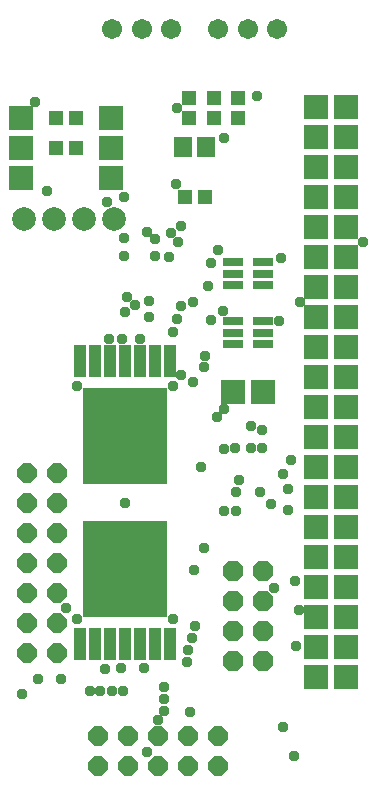
<source format=gbr>
G04 EAGLE Gerber RS-274X export*
G75*
%MOMM*%
%FSLAX34Y34*%
%LPD*%
%INSoldermask Bottom*%
%IPPOS*%
%AMOC8*
5,1,8,0,0,1.08239X$1,22.5*%
G01*
%ADD10C,2.003200*%
%ADD11R,2.003200X2.003200*%
%ADD12R,1.203200X1.303200*%
%ADD13R,1.503200X1.703200*%
%ADD14R,1.003200X2.743200*%
%ADD15R,7.203200X8.203200*%
%ADD16C,1.711200*%
%ADD17R,1.703200X0.803200*%
%ADD18P,1.759533X8X202.500000*%
%ADD19P,1.759533X8X112.500000*%
%ADD20P,1.869504X8X112.500000*%
%ADD21R,1.303200X1.203200*%
%ADD22C,0.959600*%


D10*
X-183660Y145970D03*
X-209060Y145970D03*
X-234460Y145970D03*
X-259860Y145970D03*
D11*
X-186030Y180880D03*
X-186030Y206280D03*
X-186030Y231580D03*
X-262230Y180880D03*
X-262230Y206280D03*
X-262230Y231580D03*
D12*
X-120000Y248500D03*
X-120000Y231500D03*
D13*
X-124500Y207000D03*
X-105500Y207000D03*
D14*
X-174000Y-214000D03*
X-186700Y-214000D03*
X-199400Y-214000D03*
X-212100Y-214000D03*
X-161300Y-214000D03*
X-148600Y-214000D03*
X-135900Y-214000D03*
D15*
X-174000Y-150225D03*
D14*
X-174000Y26000D03*
X-161300Y26000D03*
X-148600Y26000D03*
X-135900Y26000D03*
X-186700Y26000D03*
X-199400Y26000D03*
X-212100Y26000D03*
D15*
X-174000Y-37775D03*
D16*
X-70000Y307000D03*
X-95000Y307000D03*
X-45000Y307000D03*
D17*
X-57500Y50000D03*
X-57500Y59500D03*
X-57500Y40500D03*
X-82500Y50000D03*
X-82500Y59500D03*
X-82500Y40500D03*
X-57500Y100000D03*
X-57500Y109500D03*
X-57500Y90500D03*
X-82500Y100000D03*
X-82500Y109500D03*
X-82500Y90500D03*
D11*
X-82700Y0D03*
X-57300Y0D03*
D12*
X-232160Y231530D03*
X-215160Y231530D03*
X-232287Y206130D03*
X-215287Y206130D03*
X-106500Y165000D03*
X-123500Y165000D03*
D11*
X-12700Y-241300D03*
X-12700Y-215900D03*
X-12700Y-190500D03*
X-12700Y-165100D03*
X-12700Y-139700D03*
X-12700Y-114300D03*
X-12700Y-88900D03*
X-12700Y-63500D03*
X-12700Y-38100D03*
X-12700Y-12700D03*
X-12700Y12700D03*
X-12700Y38100D03*
X-12700Y63500D03*
X-12700Y88900D03*
X-12700Y114300D03*
X-12700Y139700D03*
X-12700Y165100D03*
X-12700Y190500D03*
X-12700Y215900D03*
X-12700Y241300D03*
X12700Y241300D03*
X12700Y215900D03*
X12700Y190500D03*
X12700Y165100D03*
X12700Y139700D03*
X12700Y114300D03*
X12700Y88900D03*
X12700Y63500D03*
X12700Y38100D03*
X12700Y12700D03*
X12700Y-12700D03*
X12700Y-38100D03*
X12700Y-63500D03*
X12700Y-88900D03*
X12700Y-114300D03*
X12700Y-139700D03*
X12700Y-190500D03*
X12700Y-165100D03*
X12700Y-215900D03*
X12700Y-241300D03*
D16*
X-160000Y307000D03*
X-135000Y307000D03*
X-185000Y307000D03*
D18*
X-95200Y-291300D03*
X-95200Y-316700D03*
X-120600Y-291300D03*
X-120600Y-316700D03*
X-146000Y-291300D03*
X-146000Y-316700D03*
X-171400Y-291300D03*
X-171400Y-316700D03*
X-196800Y-291300D03*
X-196800Y-316700D03*
D19*
X-231300Y-221000D03*
X-256700Y-221000D03*
X-231300Y-195600D03*
X-256700Y-195600D03*
X-231300Y-170200D03*
X-256700Y-170200D03*
X-231300Y-144800D03*
X-256700Y-144800D03*
X-231300Y-119400D03*
X-256700Y-119400D03*
X-231300Y-94000D03*
X-256700Y-94000D03*
X-231300Y-68600D03*
X-256700Y-68600D03*
D20*
X-57300Y-228100D03*
X-82700Y-228100D03*
X-57300Y-202700D03*
X-82700Y-202700D03*
X-57300Y-177300D03*
X-82700Y-177300D03*
X-57300Y-151900D03*
X-82700Y-151900D03*
D21*
X-99000Y231500D03*
X-99000Y248500D03*
X-78000Y231500D03*
X-78000Y248500D03*
D22*
X-62202Y250202D03*
X-174000Y-94000D03*
X-43694Y60000D03*
X-42000Y113000D03*
X-126870Y72130D03*
X-250000Y245000D03*
X-240000Y170000D03*
X-176736Y44196D03*
X-174000Y67000D03*
X-110000Y-64008D03*
X-90000Y215000D03*
X-177000Y-234000D03*
X-175000Y115000D03*
X-135000Y133932D03*
X-148562Y114801D03*
X-107370Y20941D03*
X-90000Y-48343D03*
X-96426Y-21426D03*
X-90000Y-101068D03*
X-175000Y130000D03*
X-129266Y126814D03*
X-136544Y113967D03*
X-106222Y30029D03*
X-80912Y-48000D03*
X-90000Y-15000D03*
X-33842Y-57940D03*
X-59898Y-84898D03*
X-80000Y-85000D03*
X-80000Y-101068D03*
X-148889Y128889D03*
X-126458Y140000D03*
X-77138Y-75000D03*
X-39910Y-70076D03*
X-130000Y240000D03*
X-187370Y44570D03*
X-165194Y73755D03*
X-116451Y8549D03*
X-190566Y-234630D03*
X-194912Y-253370D03*
X-141068Y-270000D03*
X-117327Y-208968D03*
X-107431Y-132569D03*
X-116000Y-150753D03*
X-158116Y-233630D03*
X-176000Y-253370D03*
X-141068Y-250000D03*
X-121179Y-228821D03*
X-91000Y68000D03*
X-155630Y135000D03*
X-189195Y160805D03*
X-103829Y89834D03*
X-116763Y75793D03*
X-101579Y60671D03*
X-95002Y120002D03*
X-101426Y108574D03*
X-175000Y165000D03*
X-131000Y176000D03*
X-30000Y-160000D03*
X-48000Y-166000D03*
X-36068Y-82212D03*
X-118872Y-271272D03*
X-155000Y-305000D03*
X-29381Y-215619D03*
X-27006Y-185000D03*
X-228600Y-243070D03*
X-223958Y-182880D03*
X-248016Y-242936D03*
X-261267Y-256187D03*
X-40659Y-284341D03*
X-31068Y-308932D03*
X27248Y127000D03*
X-25908Y76200D03*
X-214588Y4540D03*
X-214588Y-192540D03*
X-133412Y-192540D03*
X-133412Y4540D03*
X-185088Y-253370D03*
X-141068Y-260000D03*
X-120753Y-218395D03*
X-204000Y-253370D03*
X-146101Y-277819D03*
X-114806Y-198637D03*
X-161582Y44570D03*
X-153970Y63310D03*
X-126530Y13910D03*
X-154000Y76823D03*
X-133134Y50116D03*
X-57912Y-48000D03*
X-57912Y-32306D03*
X-171979Y79823D03*
X-129971Y61494D03*
X-67000Y-48000D03*
X-67000Y-29306D03*
X-36068Y-100000D03*
X-50000Y-95000D03*
M02*

</source>
